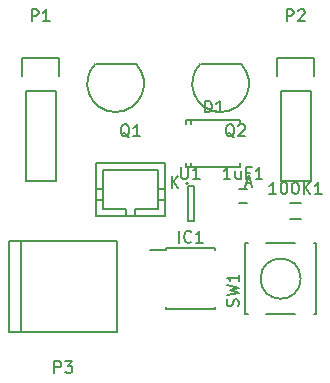
<source format=gbr>
G04 #@! TF.FileFunction,Legend,Top*
%FSLAX46Y46*%
G04 Gerber Fmt 4.6, Leading zero omitted, Abs format (unit mm)*
G04 Created by KiCad (PCBNEW (2015-11-19 BZR 6326, Git 08d9b36)-product) date Sun 22 Nov 2015 09:39:14 PM EST*
%MOMM*%
G01*
G04 APERTURE LIST*
%ADD10C,0.100000*%
%ADD11C,0.150000*%
%ADD12C,0.127000*%
G04 APERTURE END LIST*
D10*
D11*
X30892000Y-23657000D02*
X31592000Y-23657000D01*
X31592000Y-24857000D02*
X30892000Y-24857000D01*
X36187000Y-26202000D02*
X35187000Y-26202000D01*
X35187000Y-24852000D02*
X36187000Y-24852000D01*
X24722000Y-28667000D02*
X24722000Y-28812000D01*
X28872000Y-28667000D02*
X28872000Y-28812000D01*
X28872000Y-33817000D02*
X28872000Y-33672000D01*
X24722000Y-33817000D02*
X24722000Y-33672000D01*
X24722000Y-28667000D02*
X28872000Y-28667000D01*
X24722000Y-33817000D02*
X28872000Y-33817000D01*
X24722000Y-28812000D02*
X23322000Y-28812000D01*
X12827000Y-15367000D02*
X12827000Y-22987000D01*
X15367000Y-15367000D02*
X15367000Y-22987000D01*
X15647000Y-12547000D02*
X15647000Y-14097000D01*
X12827000Y-22987000D02*
X15367000Y-22987000D01*
X15367000Y-15367000D02*
X12827000Y-15367000D01*
X12547000Y-14097000D02*
X12547000Y-12547000D01*
X12547000Y-12547000D02*
X15647000Y-12547000D01*
X34417000Y-15367000D02*
X34417000Y-22987000D01*
X36957000Y-15367000D02*
X36957000Y-22987000D01*
X37237000Y-12547000D02*
X37237000Y-14097000D01*
X34417000Y-22987000D02*
X36957000Y-22987000D01*
X36957000Y-15367000D02*
X34417000Y-15367000D01*
X34137000Y-14097000D02*
X34137000Y-12547000D01*
X34137000Y-12547000D02*
X37237000Y-12547000D01*
X12402820Y-28026360D02*
X12402820Y-35727640D01*
X11402060Y-28026360D02*
X11402060Y-35727640D01*
X11402060Y-35727640D02*
X20601940Y-35727640D01*
X20601940Y-35727640D02*
X20601940Y-28026360D01*
X20601940Y-28026360D02*
X11402060Y-28026360D01*
X22147000Y-13032000D02*
X18747000Y-13032000D01*
X22144056Y-13034944D02*
G75*
G02X20447000Y-17132000I-1697056J-1697056D01*
G01*
X18749944Y-13034944D02*
G75*
G03X20447000Y-17132000I1697056J-1697056D01*
G01*
X31037000Y-13032000D02*
X27637000Y-13032000D01*
X31034056Y-13034944D02*
G75*
G02X29337000Y-17132000I-1697056J-1697056D01*
G01*
X27639944Y-13034944D02*
G75*
G03X29337000Y-17132000I1697056J-1697056D01*
G01*
X31417000Y-28242000D02*
X31617000Y-28242000D01*
X37417000Y-28242000D02*
X37217000Y-28242000D01*
X37417000Y-34242000D02*
X37217000Y-34242000D01*
X31417000Y-34242000D02*
X31617000Y-34242000D01*
X33217000Y-34242000D02*
X35617000Y-34242000D01*
X33217000Y-28242000D02*
X35617000Y-28242000D01*
X31417000Y-28242000D02*
X31417000Y-34242000D01*
X37417000Y-34242000D02*
X37417000Y-28242000D01*
X36117000Y-31242000D02*
G75*
G03X36117000Y-31242000I-1700000J0D01*
G01*
X26597000Y-23192000D02*
G75*
G03X26597000Y-23192000I-100000J0D01*
G01*
X27047000Y-23442000D02*
X26547000Y-23442000D01*
X27047000Y-26342000D02*
X27047000Y-23442000D01*
X26547000Y-26342000D02*
X27047000Y-26342000D01*
X26547000Y-23442000D02*
X26547000Y-26342000D01*
D12*
X18768060Y-25956260D02*
X21318220Y-25956260D01*
X21318220Y-25956260D02*
X22115780Y-25956260D01*
X22115780Y-25956260D02*
X24665940Y-25956260D01*
X18768060Y-21457920D02*
X24665940Y-21457920D01*
X24665940Y-21457920D02*
X24665940Y-23657560D01*
X24665940Y-23657560D02*
X24665940Y-24556720D01*
X24665940Y-24556720D02*
X24665940Y-25956260D01*
X18768060Y-21457920D02*
X18768060Y-23657560D01*
X18768060Y-23657560D02*
X18768060Y-24556720D01*
X18768060Y-24556720D02*
X18768060Y-25956260D01*
X19367500Y-22057360D02*
X24066500Y-22057360D01*
X19367500Y-22057360D02*
X19367500Y-23657560D01*
X19367500Y-23657560D02*
X19367500Y-24556720D01*
X19367500Y-24556720D02*
X19367500Y-25356820D01*
X19367500Y-25356820D02*
X21318220Y-25356820D01*
X24066500Y-22057360D02*
X24066500Y-23657560D01*
X24066500Y-23657560D02*
X24066500Y-24556720D01*
X24066500Y-24556720D02*
X24066500Y-25356820D01*
X18768060Y-24556720D02*
X19367500Y-24556720D01*
X18768060Y-23657560D02*
X19367500Y-23657560D01*
X24066500Y-23657560D02*
X24665940Y-23657560D01*
X24066500Y-24556720D02*
X24665940Y-24556720D01*
X22115780Y-25356820D02*
X24066500Y-25356820D01*
X22115780Y-25356820D02*
X22115780Y-25956260D01*
X21318220Y-25356820D02*
X21318220Y-25956260D01*
D11*
X26395680Y-21612000D02*
X26395680Y-21412200D01*
X26852720Y-21562000D02*
X26852720Y-21413000D01*
X30998160Y-21612000D02*
X30998160Y-21463000D01*
X26400760Y-18012000D02*
X26400760Y-18161000D01*
X26852720Y-18012000D02*
X26852720Y-18161000D01*
X31003240Y-18012000D02*
X31003240Y-18161000D01*
X26852720Y-21760980D02*
X26852720Y-21562860D01*
X26852720Y-17813020D02*
X26852720Y-18011140D01*
X30998160Y-21808440D02*
X30998160Y-21610320D01*
X26395680Y-21808440D02*
X30998160Y-21808440D01*
X26395680Y-21808440D02*
X26395680Y-21610320D01*
X26400760Y-17813020D02*
X26400760Y-18011140D01*
X26400760Y-17813020D02*
X31003240Y-17813020D01*
X31003240Y-17813020D02*
X31003240Y-18011140D01*
X30170572Y-22809381D02*
X29599143Y-22809381D01*
X29884857Y-22809381D02*
X29884857Y-21809381D01*
X29789619Y-21952238D01*
X29694381Y-22047476D01*
X29599143Y-22095095D01*
X31027715Y-22142714D02*
X31027715Y-22809381D01*
X30599143Y-22142714D02*
X30599143Y-22666524D01*
X30646762Y-22761762D01*
X30742000Y-22809381D01*
X30884858Y-22809381D01*
X30980096Y-22761762D01*
X31027715Y-22714143D01*
X31837239Y-22285571D02*
X31503905Y-22285571D01*
X31503905Y-22809381D02*
X31503905Y-21809381D01*
X31980096Y-21809381D01*
X32884858Y-22809381D02*
X32313429Y-22809381D01*
X32599143Y-22809381D02*
X32599143Y-21809381D01*
X32503905Y-21952238D01*
X32408667Y-22047476D01*
X32313429Y-22095095D01*
X34044143Y-24079381D02*
X33472714Y-24079381D01*
X33758428Y-24079381D02*
X33758428Y-23079381D01*
X33663190Y-23222238D01*
X33567952Y-23317476D01*
X33472714Y-23365095D01*
X34663190Y-23079381D02*
X34758429Y-23079381D01*
X34853667Y-23127000D01*
X34901286Y-23174619D01*
X34948905Y-23269857D01*
X34996524Y-23460333D01*
X34996524Y-23698429D01*
X34948905Y-23888905D01*
X34901286Y-23984143D01*
X34853667Y-24031762D01*
X34758429Y-24079381D01*
X34663190Y-24079381D01*
X34567952Y-24031762D01*
X34520333Y-23984143D01*
X34472714Y-23888905D01*
X34425095Y-23698429D01*
X34425095Y-23460333D01*
X34472714Y-23269857D01*
X34520333Y-23174619D01*
X34567952Y-23127000D01*
X34663190Y-23079381D01*
X35615571Y-23079381D02*
X35710810Y-23079381D01*
X35806048Y-23127000D01*
X35853667Y-23174619D01*
X35901286Y-23269857D01*
X35948905Y-23460333D01*
X35948905Y-23698429D01*
X35901286Y-23888905D01*
X35853667Y-23984143D01*
X35806048Y-24031762D01*
X35710810Y-24079381D01*
X35615571Y-24079381D01*
X35520333Y-24031762D01*
X35472714Y-23984143D01*
X35425095Y-23888905D01*
X35377476Y-23698429D01*
X35377476Y-23460333D01*
X35425095Y-23269857D01*
X35472714Y-23174619D01*
X35520333Y-23127000D01*
X35615571Y-23079381D01*
X36377476Y-24079381D02*
X36377476Y-23079381D01*
X36948905Y-24079381D02*
X36520333Y-23507952D01*
X36948905Y-23079381D02*
X36377476Y-23650810D01*
X37901286Y-24079381D02*
X37329857Y-24079381D01*
X37615571Y-24079381D02*
X37615571Y-23079381D01*
X37520333Y-23222238D01*
X37425095Y-23317476D01*
X37329857Y-23365095D01*
X25820810Y-28194381D02*
X25820810Y-27194381D01*
X26868429Y-28099143D02*
X26820810Y-28146762D01*
X26677953Y-28194381D01*
X26582715Y-28194381D01*
X26439857Y-28146762D01*
X26344619Y-28051524D01*
X26297000Y-27956286D01*
X26249381Y-27765810D01*
X26249381Y-27622952D01*
X26297000Y-27432476D01*
X26344619Y-27337238D01*
X26439857Y-27242000D01*
X26582715Y-27194381D01*
X26677953Y-27194381D01*
X26820810Y-27242000D01*
X26868429Y-27289619D01*
X27820810Y-28194381D02*
X27249381Y-28194381D01*
X27535095Y-28194381D02*
X27535095Y-27194381D01*
X27439857Y-27337238D01*
X27344619Y-27432476D01*
X27249381Y-27480095D01*
X13358905Y-9449381D02*
X13358905Y-8449381D01*
X13739858Y-8449381D01*
X13835096Y-8497000D01*
X13882715Y-8544619D01*
X13930334Y-8639857D01*
X13930334Y-8782714D01*
X13882715Y-8877952D01*
X13835096Y-8925571D01*
X13739858Y-8973190D01*
X13358905Y-8973190D01*
X14882715Y-9449381D02*
X14311286Y-9449381D01*
X14597000Y-9449381D02*
X14597000Y-8449381D01*
X14501762Y-8592238D01*
X14406524Y-8687476D01*
X14311286Y-8735095D01*
X34948905Y-9449381D02*
X34948905Y-8449381D01*
X35329858Y-8449381D01*
X35425096Y-8497000D01*
X35472715Y-8544619D01*
X35520334Y-8639857D01*
X35520334Y-8782714D01*
X35472715Y-8877952D01*
X35425096Y-8925571D01*
X35329858Y-8973190D01*
X34948905Y-8973190D01*
X35901286Y-8544619D02*
X35948905Y-8497000D01*
X36044143Y-8449381D01*
X36282239Y-8449381D01*
X36377477Y-8497000D01*
X36425096Y-8544619D01*
X36472715Y-8639857D01*
X36472715Y-8735095D01*
X36425096Y-8877952D01*
X35853667Y-9449381D01*
X36472715Y-9449381D01*
X15263905Y-39230561D02*
X15263905Y-38230561D01*
X15644858Y-38230561D01*
X15740096Y-38278180D01*
X15787715Y-38325799D01*
X15835334Y-38421037D01*
X15835334Y-38563894D01*
X15787715Y-38659132D01*
X15740096Y-38706751D01*
X15644858Y-38754370D01*
X15263905Y-38754370D01*
X16168667Y-38230561D02*
X16787715Y-38230561D01*
X16454381Y-38611513D01*
X16597239Y-38611513D01*
X16692477Y-38659132D01*
X16740096Y-38706751D01*
X16787715Y-38801990D01*
X16787715Y-39040085D01*
X16740096Y-39135323D01*
X16692477Y-39182942D01*
X16597239Y-39230561D01*
X16311524Y-39230561D01*
X16216286Y-39182942D01*
X16168667Y-39135323D01*
X21621762Y-19279619D02*
X21526524Y-19232000D01*
X21431286Y-19136762D01*
X21288429Y-18993905D01*
X21193190Y-18946286D01*
X21097952Y-18946286D01*
X21145571Y-19184381D02*
X21050333Y-19136762D01*
X20955095Y-19041524D01*
X20907476Y-18851048D01*
X20907476Y-18517714D01*
X20955095Y-18327238D01*
X21050333Y-18232000D01*
X21145571Y-18184381D01*
X21336048Y-18184381D01*
X21431286Y-18232000D01*
X21526524Y-18327238D01*
X21574143Y-18517714D01*
X21574143Y-18851048D01*
X21526524Y-19041524D01*
X21431286Y-19136762D01*
X21336048Y-19184381D01*
X21145571Y-19184381D01*
X22526524Y-19184381D02*
X21955095Y-19184381D01*
X22240809Y-19184381D02*
X22240809Y-18184381D01*
X22145571Y-18327238D01*
X22050333Y-18422476D01*
X21955095Y-18470095D01*
X30511762Y-19279619D02*
X30416524Y-19232000D01*
X30321286Y-19136762D01*
X30178429Y-18993905D01*
X30083190Y-18946286D01*
X29987952Y-18946286D01*
X30035571Y-19184381D02*
X29940333Y-19136762D01*
X29845095Y-19041524D01*
X29797476Y-18851048D01*
X29797476Y-18517714D01*
X29845095Y-18327238D01*
X29940333Y-18232000D01*
X30035571Y-18184381D01*
X30226048Y-18184381D01*
X30321286Y-18232000D01*
X30416524Y-18327238D01*
X30464143Y-18517714D01*
X30464143Y-18851048D01*
X30416524Y-19041524D01*
X30321286Y-19136762D01*
X30226048Y-19184381D01*
X30035571Y-19184381D01*
X30845095Y-18279619D02*
X30892714Y-18232000D01*
X30987952Y-18184381D01*
X31226048Y-18184381D01*
X31321286Y-18232000D01*
X31368905Y-18279619D01*
X31416524Y-18374857D01*
X31416524Y-18470095D01*
X31368905Y-18612952D01*
X30797476Y-19184381D01*
X31416524Y-19184381D01*
X30821762Y-33575333D02*
X30869381Y-33432476D01*
X30869381Y-33194380D01*
X30821762Y-33099142D01*
X30774143Y-33051523D01*
X30678905Y-33003904D01*
X30583667Y-33003904D01*
X30488429Y-33051523D01*
X30440810Y-33099142D01*
X30393190Y-33194380D01*
X30345571Y-33384857D01*
X30297952Y-33480095D01*
X30250333Y-33527714D01*
X30155095Y-33575333D01*
X30059857Y-33575333D01*
X29964619Y-33527714D01*
X29917000Y-33480095D01*
X29869381Y-33384857D01*
X29869381Y-33146761D01*
X29917000Y-33003904D01*
X29869381Y-32670571D02*
X30869381Y-32432476D01*
X30155095Y-32241999D01*
X30869381Y-32051523D01*
X29869381Y-31813428D01*
X30869381Y-30908666D02*
X30869381Y-31480095D01*
X30869381Y-31194381D02*
X29869381Y-31194381D01*
X30012238Y-31289619D01*
X30107476Y-31384857D01*
X30155095Y-31480095D01*
X25985095Y-21794381D02*
X25985095Y-22603905D01*
X26032714Y-22699143D01*
X26080333Y-22746762D01*
X26175571Y-22794381D01*
X26366048Y-22794381D01*
X26461286Y-22746762D01*
X26508905Y-22699143D01*
X26556524Y-22603905D01*
X26556524Y-21794381D01*
X27556524Y-22794381D02*
X26985095Y-22794381D01*
X27270809Y-22794381D02*
X27270809Y-21794381D01*
X27175571Y-21937238D01*
X27080333Y-22032476D01*
X26985095Y-22080095D01*
X28013905Y-17164381D02*
X28013905Y-16164381D01*
X28252000Y-16164381D01*
X28394858Y-16212000D01*
X28490096Y-16307238D01*
X28537715Y-16402476D01*
X28585334Y-16592952D01*
X28585334Y-16735810D01*
X28537715Y-16926286D01*
X28490096Y-17021524D01*
X28394858Y-17116762D01*
X28252000Y-17164381D01*
X28013905Y-17164381D01*
X29537715Y-17164381D02*
X28966286Y-17164381D01*
X29252000Y-17164381D02*
X29252000Y-16164381D01*
X29156762Y-16307238D01*
X29061524Y-16402476D01*
X28966286Y-16450095D01*
X25190095Y-23564381D02*
X25190095Y-22564381D01*
X25761524Y-23564381D02*
X25332952Y-22992952D01*
X25761524Y-22564381D02*
X25190095Y-23135810D01*
X31463905Y-23178667D02*
X31940096Y-23178667D01*
X31368667Y-23464381D02*
X31702000Y-22464381D01*
X32035334Y-23464381D01*
M02*

</source>
